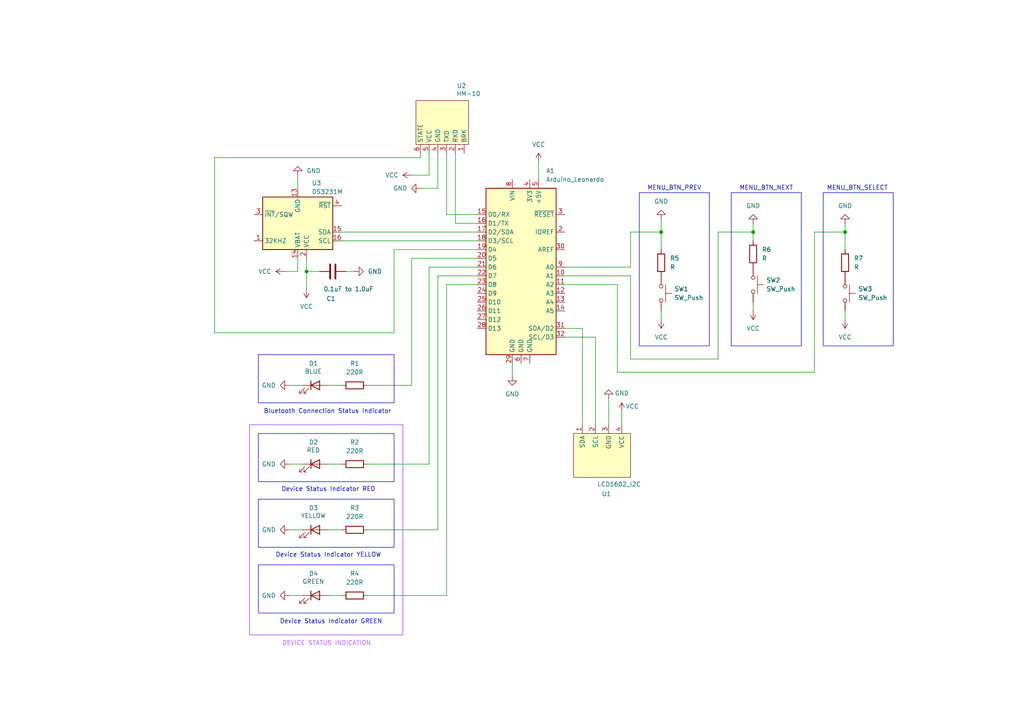
<source format=kicad_sch>
(kicad_sch (version 20250114) (generator "eeschema") (generator_version "9.0")
  (paper "A4")
  (title_block (title "Traffic Modeling and Traffic Analysis for LoRaWAN Networks") (date "2025-04-14") (rev "2") (comment 2 "Author: Martin Aziz") (comment 3 "A network for Medical devices") (comment 4 "Traffic Modeling and Traffic Analysis for LoRaWAN Networks:"))
  (lib_symbols
    (symbol "Device:C" (pin_numbers (hide yes)) (pin_names (offset 0.254))
      (property "Reference" "C" (at 0.635 2.54 0))
      (property "Value" "C" (at 0.635 -2.54 0))
      (symbol "C_0_1"
        (polyline (pts (xy -2.032 0.762) (xy 2.032 0.762)) (stroke (width 0.508)))
        (polyline (pts (xy -2.032 -0.762) (xy 2.032 -0.762)) (stroke (width 0.508)))
      )
      (symbol "C_1_1"
        (pin passive line (at 0 3.81 270) (length 2.794) (name "~") (number "1"))
        (pin passive line (at 0 -3.81 90) (length 2.794) (name "~") (number "2"))
      )
    )
    (symbol "Device:LED" (pin_numbers (hide yes)) (pin_names (offset 1.016) (hide yes))
      (property "Reference" "D" (at 0 2.54 0))
      (property "Value" "LED" (at 0 -2.54 0))
      (symbol "LED_0_1"
        (polyline (pts (xy -3.048 -0.762) (xy -4.572 -2.286) (xy -3.81 -2.286) (xy -4.572 -2.286) (xy -4.572 -1.524)))
        (polyline (pts (xy -1.778 -0.762) (xy -3.302 -2.286) (xy -2.54 -2.286) (xy -3.302 -2.286) (xy -3.302 -1.524)))
        (polyline (pts (xy -1.27 0) (xy 1.27 0)))
        (polyline (pts (xy -1.27 -1.27) (xy -1.27 1.27)) (stroke (width 0.254)))
        (polyline (pts (xy 1.27 -1.27) (xy 1.27 1.27) (xy -1.27 0) (xy 1.27 -1.27)) (stroke (width 0.254)))
      )
      (symbol "LED_1_1"
        (pin passive line (at -3.81 0 0) (length 2.54) (name "K") (number "1"))
        (pin passive line (at 3.81 0 180) (length 2.54) (name "A") (number "2"))
      )
    )
    (symbol "Device:R" (pin_numbers (hide yes)) (pin_names (offset 0))
      (property "Reference" "R" (at 2.032 0 90))
      (property "Value" "R" (at 0 0 90))
      (symbol "R_0_1"
        (rectangle (start -1.016 -2.54) (end 1.016 2.54) (stroke (width 0.254)))
      )
      (symbol "R_1_1"
        (pin passive line (at 0 3.81 270) (length 1.27) (name "~") (number "1"))
        (pin passive line (at 0 -3.81 90) (length 1.27) (name "~") (number "2"))
      )
    )
    (symbol "MCU_Module:Arduino_Leonardo"
      (property "Reference" "A" (at -10.16 23.495 0))
      (property "Value" "Arduino_Leonardo" (at 5.08 -26.67 0))
      (symbol "Arduino_Leonardo_0_1"
        (rectangle (start -10.16 22.86) (end 10.16 -25.4) (stroke (width 0.254)) (fill (type background)))
      )
      (symbol "Arduino_Leonardo_1_1"
        (pin bidirectional line (at -12.7 15.24 0) (length 2.54) (name "D0/RX") (number "15"))
        (pin bidirectional line (at -12.7 12.7 0) (length 2.54) (name "D1/TX") (number "16"))
        (pin bidirectional line (at -12.7 10.16 0) (length 2.54) (name "D2/SDA") (number "17"))
        (pin bidirectional line (at -12.7 7.62 0) (length 2.54) (name "D3/SCL") (number "18"))
        (pin bidirectional line (at -12.7 5.08 0) (length 2.54) (name "D4") (number "19"))
        (pin bidirectional line (at -12.7 2.54 0) (length 2.54) (name "D5") (number "20"))
        (pin bidirectional line (at -12.7 0 0) (length 2.54) (name "D6") (number "21"))
        (pin bidirectional line (at -12.7 -2.54 0) (length 2.54) (name "D7") (number "22"))
        (pin bidirectional line (at -12.7 -5.08 0) (length 2.54) (name "D8") (number "23"))
        (pin bidirectional line (at -12.7 -7.62 0) (length 2.54) (name "D9") (number "24"))
        (pin bidirectional line (at -12.7 -10.16 0) (length 2.54) (name "D10") (number "25"))
        (pin bidirectional line (at -12.7 -12.7 0) (length 2.54) (name "D11") (number "26"))
        (pin bidirectional line (at -12.7 -15.24 0) (length 2.54) (name "D12") (number "27"))
        (pin bidirectional line (at -12.7 -17.78 0) (length 2.54) (name "D13") (number "28"))
        (pin no_connect line (at -10.16 -20.32 0) (length 2.54) (hide yes) (name "NC") (number "1"))
        (pin power_in line (at -2.54 25.4 270) (length 2.54) (name "VIN") (number "8"))
        (pin power_in line (at -2.54 -27.94 90) (length 2.54) (name "GND") (number "29"))
        (pin power_in line (at 0 -27.94 90) (length 2.54) (name "GND") (number "6"))
        (pin power_out line (at 2.54 25.4 270) (length 2.54) (name "3V3") (number "4"))
        (pin power_in line (at 2.54 -27.94 90) (length 2.54) (name "GND") (number "7"))
        (pin power_out line (at 5.08 25.4 270) (length 2.54) (name "+5V") (number "5"))
        (pin input line (at 12.7 15.24 180) (length 2.54) (name "~{RESET}") (number "3"))
        (pin output line (at 12.7 10.16 180) (length 2.54) (name "IOREF") (number "2"))
        (pin input line (at 12.7 5.08 180) (length 2.54) (name "AREF") (number "30"))
        (pin bidirectional line (at 12.7 0 180) (length 2.54) (name "A0") (number "9"))
        (pin bidirectional line (at 12.7 -2.54 180) (length 2.54) (name "A1") (number "10"))
        (pin bidirectional line (at 12.7 -5.08 180) (length 2.54) (name "A2") (number "11"))
        (pin bidirectional line (at 12.7 -7.62 180) (length 2.54) (name "A3") (number "12"))
        (pin bidirectional line (at 12.7 -10.16 180) (length 2.54) (name "A4") (number "13"))
        (pin bidirectional line (at 12.7 -12.7 180) (length 2.54) (name "A5") (number "14"))
        (pin bidirectional line (at 12.7 -17.78 180) (length 2.54) (name "SDA/D2") (number "31"))
        (pin bidirectional line (at 12.7 -20.32 180) (length 2.54) (name "SCL/D3") (number "32"))
      )
    )
    (symbol "My_Symbol_Lib:HM-10"
      (property "Reference" "U" (at 4.826 9.906 0))
      (property "Value" "HM-10" (at 7.62 7.62 0))
      (symbol "HM-10_1_1"
        (rectangle (start -7.62 6.35) (end 7.62 -6.35) (fill (type background)))
        (pin output line (at -6.35 -8.89 90) (length 2.54) (name "STATE") (number "6"))
        (pin power_in line (at -3.81 -8.89 90) (length 2.54) (name "VCC") (number "5"))
        (pin power_out line (at -1.27 -8.89 90) (length 2.54) (name "GND") (number "4"))
        (pin output line (at 1.27 -8.89 90) (length 2.54) (name "TXD") (number "3"))
        (pin input line (at 3.81 -8.89 90) (length 2.54) (name "RXD") (number "2"))
        (pin input line (at 6.35 -8.89 90) (length 2.54) (name "BRK") (number "1"))
      )
    )
    (symbol "My_Symbol_Lib:LCD1602_I2C_Module"
      (property "Reference" "U" (at 3.81 12.7 0))
      (property "Value" "LCD1602_I2C" (at 9.398 10.414 0))
      (symbol "LCD1602_I2C_Module_1_1"
        (rectangle (start -6.35 8.89) (end 6.35 -7.62) (fill (type color) (color 255 255 194 1)))
        (pin power_in line (at -8.89 6.35 0) (length 2.54) (name "VCC") (number "4"))
        (pin power_in line (at -8.89 2.54 0) (length 2.54) (name "GND") (number "3"))
        (pin input line (at -8.89 -1.27 0) (length 2.54) (name "SCL") (number "2"))
        (pin bidirectional line (at -8.89 -5.08 0) (length 2.54) (name "SDA") (number "1"))
      )
    )
    (symbol "Switch:SW_Push" (pin_numbers (hide yes)) (pin_names (offset 1.016) (hide yes))
      (property "Reference" "SW" (at 1.27 2.54 0))
      (property "Value" "SW_Push" (at 0 -1.524 0))
      (symbol "SW_Push_0_1"
        (circle (center -2.032 0) (radius 0.508))
        (polyline (pts (xy 0 1.27) (xy 0 3.048)))
        (circle (center 2.032 0) (radius 0.508))
        (polyline (pts (xy 2.54 1.27) (xy -2.54 1.27)))
        (pin passive line (at -5.08 0 0) (length 2.54) (name "1") (number "1"))
        (pin passive line (at 5.08 0 180) (length 2.54) (name "2") (number "2"))
      )
    )
    (symbol "Timer_RTC:DS3231M"
      (property "Reference" "U" (at -7.62 8.89 0))
      (property "Value" "DS3231M" (at 10.16 8.89 0))
      (symbol "DS3231M_0_1"
        (rectangle (start -10.16 7.62) (end 10.16 -7.62) (stroke (width 0.254)) (fill (type background)))
      )
      (symbol "DS3231M_1_1"
        (pin input line (at -12.7 5.08 0) (length 2.54) (name "SCL") (number "16"))
        (pin bidirectional line (at -12.7 2.54 0) (length 2.54) (name "SDA") (number "15"))
        (pin bidirectional line (at -12.7 -5.08 0) (length 2.54) (name "~{RST}") (number "4"))
        (pin power_in line (at -2.54 10.16 270) (length 2.54) (name "VCC") (number "2"))
        (pin power_in line (at 0 10.16 270) (length 2.54) (name "VBAT") (number "14"))
        (pin passive line (at 0 -10.16 90) (length 2.54) (hide yes) (name "GND") (number "10"))
        (pin passive line (at 0 -10.16 90) (length 2.54) (hide yes) (name "GND") (number "11"))
        (pin passive line (at 0 -10.16 90) (length 2.54) (hide yes) (name "GND") (number "12"))
        (pin power_in line (at 0 -10.16 90) (length 2.54) (name "GND") (number "13"))
        (pin passive line (at 0 -10.16 90) (length 2.54) (hide yes) (name "GND") (number "5"))
        (pin passive line (at 0 -10.16 90) (length 2.54) (hide yes) (name "GND") (number "6"))
        (pin passive line (at 0 -10.16 90) (length 2.54) (hide yes) (name "GND") (number "7"))
        (pin passive line (at 0 -10.16 90) (length 2.54) (hide yes) (name "GND") (number "8"))
        (pin passive line (at 0 -10.16 90) (length 2.54) (hide yes) (name "GND") (number "9"))
        (pin open_collector line (at 12.7 5.08 180) (length 2.54) (name "32KHZ") (number "1"))
        (pin open_collector line (at 12.7 -2.54 180) (length 2.54) (name "~{INT}/SQW") (number "3"))
      )
    )
    (symbol "power:GND" (power) (pin_numbers (hide yes)) (pin_names (offset 0) (hide yes))
      (property "Value" "GND" (at 0 -3.81 0))
      (symbol "GND_0_1"
        (polyline (pts (xy 0 0) (xy 0 -1.27) (xy 1.27 -1.27) (xy 0 -2.54) (xy -1.27 -1.27) (xy 0 -1.27)))
      )
      (symbol "GND_1_1"
        (pin power_in line (at 0 0 270) (length 0) (name "~") (number "1"))
      )
    )
    (symbol "power:VCC" (power) (pin_numbers (hide yes)) (pin_names (offset 0) (hide yes))
      (property "Value" "VCC" (at 0 3.556 0))
      (symbol "VCC_0_1"
        (polyline (pts (xy -0.762 1.27) (xy 0 2.54)))
        (polyline (pts (xy 0 2.54) (xy 0.762 1.27)))
        (polyline (pts (xy 0 0) (xy 0 2.54)))
      )
      (symbol "VCC_1_1"
        (pin power_in line (at 0 0 90) (length 0) (name "~") (number "1"))
      )
    )
  )
  (rectangle (start 185.42 55.88) (end 205.74 100.33))
  (rectangle (start 74.93 125.73) (end 114.3 139.7))
  (rectangle (start 212.09 55.88) (end 232.41 100.33))
  (rectangle (start 74.93 144.78) (end 114.3 158.75))
  (rectangle (start 238.76 55.88) (end 259.08 100.33))
  (rectangle (start 72.39 123.19) (end 116.84 184.15) (stroke (width 0.2) (color 183 86 255 1)))
  (rectangle (start 74.93 102.87) (end 114.3 116.84))
  (rectangle (start 74.93 163.83) (end 114.3 177.8))
  (text "Device Status Indicator YELLOW" (exclude_from_sim yes) (at 95.25 161.036 0) (effects (font (size 1.27 1.27))))
  (text "Device Status Indicator GREEN" (exclude_from_sim yes) (at 96.012 180.34 0) (effects (font (size 1.27 1.27))))
  (text "DEVICE STATUS INDICATION" (at 94.742 186.69 0) (effects (font (size 1.27 1.27))))
  (text "MENU_BTN_NEXT" (at 222.25 54.61 0) (effects (font (size 1.27 1.27))))
  (text "MENU_BTN_PREV" (at 195.58 54.61 0) (effects (font (size 1.27 1.27))))
  (text "MENU_BTN_SELECT" (at 248.666 54.61 0) (effects (font (size 1.27 1.27))))
  (text "Device Status Indicator RED" (exclude_from_sim yes) (at 95.25 141.986 0) (effects (font (size 1.27 1.27))))
  (text "Bluetooth Connection Status Indicator" (exclude_from_sim yes) (at 94.996 119.38 0) (effects (font (size 1.27 1.27))))
  (junction (at 245.11 67.31))
  (junction (at 88.9 78.74))
  (junction (at 191.77 67.31))
  (junction (at 218.44 67.31))
  (wire (pts (xy 95.25 111.76) (xy 99.06 111.76)))
  (wire (pts (xy 127 153.67) (xy 127 80.01)))
  (wire (pts (xy 191.77 67.31) (xy 191.77 72.39)))
  (wire (pts (xy 83.82 111.76) (xy 87.63 111.76)))
  (wire (pts (xy 191.77 63.5) (xy 191.77 67.31)))
  (wire (pts (xy 179.07 107.95) (xy 236.22 107.95)))
  (wire (pts (xy 88.9 74.93) (xy 88.9 78.74)))
  (wire (pts (xy 208.28 67.31) (xy 218.44 67.31)))
  (wire (pts (xy 127 80.01) (xy 138.43 80.01)))
  (wire (pts (xy 99.06 67.31) (xy 138.43 67.31)))
  (wire (pts (xy 236.22 107.95) (xy 236.22 67.31)))
  (wire (pts (xy 208.28 104.14) (xy 208.28 67.31)))
  (wire (pts (xy 127 54.61) (xy 127 44.45)))
  (wire (pts (xy 163.83 97.79) (xy 172.72 97.79)))
  (wire (pts (xy 106.68 111.76) (xy 119.38 111.76)))
  (wire (pts (xy 163.83 77.47) (xy 182.88 77.47)))
  (wire (pts (xy 218.44 64.77) (xy 218.44 67.31)))
  (wire (pts (xy 180.34 119.38) (xy 180.34 123.19)))
  (wire (pts (xy 114.3 72.39) (xy 138.43 72.39)))
  (wire (pts (xy 132.08 64.77) (xy 138.43 64.77)))
  (wire (pts (xy 62.23 45.72) (xy 62.23 96.52)))
  (wire (pts (xy 191.77 90.17) (xy 191.77 92.71)))
  (wire (pts (xy 124.46 77.47) (xy 138.43 77.47)))
  (wire (pts (xy 86.36 50.8) (xy 86.36 54.61)))
  (wire (pts (xy 119.38 50.8) (xy 124.46 50.8)))
  (wire (pts (xy 163.83 95.25) (xy 168.91 95.25)))
  (wire (pts (xy 95.25 172.72) (xy 99.06 172.72)))
  (wire (pts (xy 121.92 45.72) (xy 62.23 45.72)))
  (wire (pts (xy 245.11 67.31) (xy 245.11 72.39)))
  (wire (pts (xy 100.33 78.74) (xy 102.87 78.74)))
  (wire (pts (xy 114.3 96.52) (xy 114.3 72.39)))
  (wire (pts (xy 119.38 74.93) (xy 119.38 111.76)))
  (wire (pts (xy 129.54 44.45) (xy 129.54 62.23)))
  (wire (pts (xy 129.54 172.72) (xy 129.54 82.55)))
  (wire (pts (xy 236.22 67.31) (xy 245.11 67.31)))
  (wire (pts (xy 121.92 54.61) (xy 127 54.61)))
  (wire (pts (xy 95.25 134.62) (xy 99.06 134.62)))
  (wire (pts (xy 245.11 64.77) (xy 245.11 67.31)))
  (wire (pts (xy 163.83 82.55) (xy 179.07 82.55)))
  (wire (pts (xy 83.82 153.67) (xy 87.63 153.67)))
  (wire (pts (xy 156.21 46.99) (xy 156.21 52.07)))
  (wire (pts (xy 182.88 67.31) (xy 191.77 67.31)))
  (wire (pts (xy 218.44 87.63) (xy 218.44 90.17)))
  (wire (pts (xy 148.59 105.41) (xy 148.59 109.22)))
  (wire (pts (xy 182.88 104.14) (xy 208.28 104.14)))
  (wire (pts (xy 106.68 134.62) (xy 124.46 134.62)))
  (wire (pts (xy 129.54 62.23) (xy 138.43 62.23)))
  (wire (pts (xy 106.68 153.67) (xy 127 153.67)))
  (wire (pts (xy 95.25 153.67) (xy 99.06 153.67)))
  (wire (pts (xy 168.91 95.25) (xy 168.91 123.19)))
  (wire (pts (xy 124.46 134.62) (xy 124.46 77.47)))
  (wire (pts (xy 119.38 74.93) (xy 138.43 74.93)))
  (wire (pts (xy 86.36 74.93) (xy 86.36 78.74)))
  (wire (pts (xy 99.06 69.85) (xy 138.43 69.85)))
  (wire (pts (xy 179.07 82.55) (xy 179.07 107.95)))
  (wire (pts (xy 182.88 80.01) (xy 182.88 104.14)))
  (wire (pts (xy 218.44 67.31) (xy 218.44 69.85)))
  (wire (pts (xy 182.88 77.47) (xy 182.88 67.31)))
  (wire (pts (xy 83.82 134.62) (xy 87.63 134.62)))
  (wire (pts (xy 121.92 44.45) (xy 121.92 45.72)))
  (wire (pts (xy 88.9 78.74) (xy 92.71 78.74)))
  (wire (pts (xy 83.82 172.72) (xy 87.63 172.72)))
  (wire (pts (xy 163.83 80.01) (xy 182.88 80.01)))
  (wire (pts (xy 172.72 97.79) (xy 172.72 123.19)))
  (wire (pts (xy 176.53 115.57) (xy 176.53 123.19)))
  (wire (pts (xy 129.54 82.55) (xy 138.43 82.55)))
  (wire (pts (xy 124.46 44.45) (xy 124.46 50.8)))
  (wire (pts (xy 62.23 96.52) (xy 114.3 96.52)))
  (wire (pts (xy 132.08 44.45) (xy 132.08 64.77)))
  (wire (pts (xy 88.9 78.74) (xy 88.9 83.82)))
  (wire (pts (xy 86.36 78.74) (xy 82.55 78.74)))
  (wire (pts (xy 245.11 90.17) (xy 245.11 92.71)))
  (wire (pts (xy 106.68 172.72) (xy 129.54 172.72)))
  (symbol (lib_id "Device:R") (at 218.44 73.66 180) (unit 1)
    (property "Reference" "R6" (at 220.98 72.3899 0) (effects (justify right)))
    (property "Value" "R" (at 220.98 74.9299 0) (effects (justify right)))
    (property "Description" "Resistor" (effects (hide yes)))
  )
  (symbol (lib_id "power:VCC") (at 82.55 78.74 90) (unit 1)
    (property "Reference" "#PWR018" (effects (hide yes)))
    (property "Value" "VCC" (at 78.74 78.7399 90) (effects (justify left)))
    (property "Description" "Power symbol creates a global label with name \"VCC\"" (effects (hide yes)))
  )
  (symbol (lib_id "power:GND") (at 102.87 78.74 90) (unit 1)
    (property "Reference" "#PWR09" (effects (hide yes)))
    (property "Value" "GND" (at 106.68 78.7399 90) (effects (justify right)))
    (property "Description" "Power symbol creates a global label with name \"GND\" , ground" (effects (hide yes)))
  )
  (symbol (lib_id "power:VCC") (at 180.34 119.38 0) (unit 1)
    (property "Reference" "#PWR020" (effects (hide yes)))
    (property "Value" "VCC" (at 183.388 117.856 0))
    (property "Description" "Power symbol creates a global label with name \"VCC\"" (effects (hide yes)))
  )
  (symbol (lib_id "power:GND") (at 148.59 109.22 0) (unit 1)
    (property "Reference" "#PWR03" (effects (hide yes)))
    (property "Value" "GND" (at 148.59 114.3 0))
    (property "Description" "Power symbol creates a global label with name \"GND\" , ground" (effects (hide yes)))
  )
  (symbol (lib_id "power:VCC") (at 191.77 92.71 180) (unit 1)
    (property "Reference" "#PWR015" (effects (hide yes)))
    (property "Value" "VCC" (at 191.77 97.79 0))
    (property "Description" "Power symbol creates a global label with name \"VCC\"" (effects (hide yes)))
  )
  (symbol (lib_id "Device:LED") (at 91.44 172.72 0) (unit 1)
    (property "Reference" "D4" (at 90.932 166.37 0))
    (property "Value" "GREEN" (at 90.8685 168.656 0))
    (property "Description" "Light emitting diode" (effects (hide yes)))
    (property "Sim.Pins" "1=K 2=A" (effects (hide yes)))
  )
  (symbol (lib_id "Device:R") (at 102.87 172.72 270) (unit 1)
    (property "Reference" "R4" (at 102.87 166.37 90))
    (property "Value" "220R" (at 102.87 168.91 90))
    (property "Description" "Resistor" (effects (hide yes)))
  )
  (symbol (lib_id "power:GND") (at 245.11 64.77 180) (unit 1)
    (property "Reference" "#PWR012" (effects (hide yes)))
    (property "Value" "GND" (at 245.11 59.69 0))
    (property "Description" "Power symbol creates a global label with name \"GND\" , ground" (effects (hide yes)))
  )
  (symbol (lib_id "Switch:SW_Push") (at 191.77 85.09 270) (unit 1)
    (property "Reference" "SW1" (at 195.58 83.8199 90) (effects (justify left)))
    (property "Value" "SW_Push" (at 195.58 86.3599 90) (effects (justify left)))
    (property "Description" "Push button switch, generic, two pins" (effects (hide yes)))
  )
  (symbol (lib_id "My_Symbol_Lib:LCD1602_I2C_Module") (at 173.99 132.08 270) (unit 1)
    (property "Reference" "U1" (at 174.498 143.256 90) (effects (justify left)))
    (property "Value" "LCD1602_I2C" (at 173.228 140.462 90) (effects (justify left)))
  )
  (symbol (lib_id "power:GND") (at 121.92 54.61 270) (unit 1)
    (property "Reference" "#PWR01" (effects (hide yes)))
    (property "Value" "GND" (at 116.078 54.61 90))
    (property "Description" "Power symbol creates a global label with name \"GND\" , ground" (effects (hide yes)))
  )
  (symbol (lib_id "Device:R") (at 245.11 76.2 180) (unit 1)
    (property "Reference" "R7" (at 247.65 74.9299 0) (effects (justify right)))
    (property "Value" "R" (at 247.65 77.4699 0) (effects (justify right)))
    (property "Description" "Resistor" (effects (hide yes)))
  )
  (symbol (lib_id "Device:R") (at 102.87 134.62 270) (unit 1)
    (property "Reference" "R2" (at 102.87 128.27 90))
    (property "Value" "220R" (at 102.87 130.81 90))
    (property "Description" "Resistor" (effects (hide yes)))
  )
  (symbol (lib_id "Device:R") (at 191.77 76.2 180) (unit 1)
    (property "Reference" "R5" (at 194.31 74.9299 0) (effects (justify right)))
    (property "Value" "R" (at 194.31 77.4699 0) (effects (justify right)))
    (property "Description" "Resistor" (effects (hide yes)))
  )
  (symbol (lib_id "Device:R") (at 102.87 153.67 270) (unit 1)
    (property "Reference" "R3" (at 102.87 147.32 90))
    (property "Value" "220R" (at 102.87 149.86 90))
    (property "Description" "Resistor" (effects (hide yes)))
  )
  (symbol (lib_id "Device:LED") (at 91.44 111.76 0) (unit 1)
    (property "Reference" "D1" (at 90.932 105.41 0))
    (property "Value" "BLUE" (at 90.8685 107.696 0))
    (property "Description" "Light emitting diode" (effects (hide yes)))
    (property "Sim.Pins" "1=K 2=A" (effects (hide yes)))
  )
  (symbol (lib_id "Device:C") (at 96.52 78.74 90) (unit 1)
    (property "Reference" "C1" (at 96.012 86.614 90))
    (property "Value" "0.1uF to 1.0uF" (at 101.092 83.82 90))
    (property "Description" "Unpolarized capacitor" (effects (hide yes)))
  )
  (symbol (lib_id "power:GND") (at 83.82 134.62 270) (unit 1)
    (property "Reference" "#PWR05" (effects (hide yes)))
    (property "Value" "GND" (at 80.01 134.6199 90) (effects (justify right)))
    (property "Description" "Power symbol creates a global label with name \"GND\" , ground" (effects (hide yes)))
  )
  (symbol (lib_id "power:VCC") (at 245.11 92.71 180) (unit 1)
    (property "Reference" "#PWR013" (effects (hide yes)))
    (property "Value" "VCC" (at 245.11 97.79 0))
    (property "Description" "Power symbol creates a global label with name \"VCC\"" (effects (hide yes)))
  )
  (symbol (lib_id "power:VCC") (at 156.21 46.99 0) (unit 1)
    (property "Reference" "#PWR016" (effects (hide yes)))
    (property "Value" "VCC" (at 156.21 41.91 0))
    (property "Description" "Power symbol creates a global label with name \"VCC\"" (effects (hide yes)))
  )
  (symbol (lib_id "power:GND") (at 83.82 111.76 270) (unit 1)
    (property "Reference" "#PWR04" (effects (hide yes)))
    (property "Value" "GND" (at 80.01 111.7599 90) (effects (justify right)))
    (property "Description" "Power symbol creates a global label with name \"GND\" , ground" (effects (hide yes)))
  )
  (symbol (lib_id "power:GND") (at 83.82 172.72 270) (unit 1)
    (property "Reference" "#PWR07" (effects (hide yes)))
    (property "Value" "GND" (at 80.01 172.7199 90) (effects (justify right)))
    (property "Description" "Power symbol creates a global label with name \"GND\" , ground" (effects (hide yes)))
  )
  (symbol (lib_id "power:VCC") (at 119.38 50.8 90) (unit 1)
    (property "Reference" "#PWR019" (effects (hide yes)))
    (property "Value" "VCC" (at 115.57 50.7999 90) (effects (justify left)))
    (property "Description" "Power symbol creates a global label with name \"VCC\"" (effects (hide yes)))
  )
  (symbol (lib_id "power:VCC") (at 218.44 90.17 180) (unit 1)
    (property "Reference" "#PWR014" (effects (hide yes)))
    (property "Value" "VCC" (at 218.44 95.25 0))
    (property "Description" "Power symbol creates a global label with name \"VCC\"" (effects (hide yes)))
  )
  (symbol (lib_id "Device:LED") (at 91.44 153.67 0) (unit 1)
    (property "Reference" "D3" (at 90.932 147.32 0))
    (property "Value" "YELLOW" (at 90.8685 149.606 0))
    (property "Description" "Light emitting diode" (effects (hide yes)))
    (property "Sim.Pins" "1=K 2=A" (effects (hide yes)))
  )
  (symbol (lib_id "Timer_RTC:DS3231M") (at 86.36 64.77 180) (unit 1)
    (property "Reference" "U3" (at 90.424 53.086 0) (effects (justify right)))
    (property "Value" "DS3231M" (at 90.424 55.626 0) (effects (justify right)))
    (property "Footprint" "Package_SO:SOIC-16W_7.5x10.3mm_P1.27mm" (effects (hide yes)))
    (property "Datasheet" "http://datasheets.maximintegrated.com/en/ds/DS3231.pdf" (effects (hide yes)))
    (property "Description" "Extremely Accurate I2C-Integrated RTC/TCXO/Crystal SOIC-16" (effects (hide yes)))
  )
  (symbol (lib_id "power:GND") (at 86.36 50.8 180) (unit 1)
    (property "Reference" "#PWR08" (effects (hide yes)))
    (property "Value" "GND" (at 88.9 49.5299 0) (effects (justify right)))
    (property "Description" "Power symbol creates a global label with name \"GND\" , ground" (effects (hide yes)))
  )
  (symbol (lib_id "Device:R") (at 102.87 111.76 270) (unit 1)
    (property "Reference" "R1" (at 102.87 105.41 90))
    (property "Value" "220R" (at 102.87 107.95 90))
    (property "Description" "Resistor" (effects (hide yes)))
  )
  (symbol (lib_id "power:GND") (at 191.77 63.5 180) (unit 1)
    (property "Reference" "#PWR010" (effects (hide yes)))
    (property "Value" "GND" (at 191.77 58.42 0))
    (property "Description" "Power symbol creates a global label with name \"GND\" , ground" (effects (hide yes)))
  )
  (symbol (lib_id "power:GND") (at 176.53 115.57 180) (unit 1)
    (property "Reference" "#PWR02" (effects (hide yes)))
    (property "Value" "GND" (at 178.308 114.046 0) (effects (justify right)))
    (property "Description" "Power symbol creates a global label with name \"GND\" , ground" (effects (hide yes)))
  )
  (symbol (lib_id "power:GND") (at 83.82 153.67 270) (unit 1)
    (property "Reference" "#PWR06" (effects (hide yes)))
    (property "Value" "GND" (at 80.01 153.6699 90) (effects (justify right)))
    (property "Description" "Power symbol creates a global label with name \"GND\" , ground" (effects (hide yes)))
  )
  (symbol (lib_id "Switch:SW_Push") (at 245.11 85.09 270) (unit 1)
    (property "Reference" "SW3" (at 248.92 83.8199 90) (effects (justify left)))
    (property "Value" "SW_Push" (at 248.92 86.3599 90) (effects (justify left)))
    (property "Description" "Push button switch, generic, two pins" (effects (hide yes)))
  )
  (symbol (lib_id "Device:LED") (at 91.44 134.62 0) (unit 1)
    (property "Reference" "D2" (at 90.932 128.27 0))
    (property "Value" "RED" (at 90.8685 130.556 0))
    (property "Description" "Light emitting diode" (effects (hide yes)))
    (property "Sim.Pins" "1=K 2=A" (effects (hide yes)))
  )
  (symbol (lib_id "power:VCC") (at 88.9 83.82 180) (unit 1)
    (property "Reference" "#PWR017" (effects (hide yes)))
    (property "Value" "VCC" (at 88.9 88.9 0))
    (property "Description" "Power symbol creates a global label with name \"VCC\"" (effects (hide yes)))
  )
  (symbol (lib_id "MCU_Module:Arduino_Leonardo") (at 151.13 77.47 0) (unit 1)
    (property "Reference" "A1" (at 158.3533 49.53 0) (effects (justify left)))
    (property "Value" "Arduino_Leonardo" (at 158.3533 52.07 0) (effects (justify left)))
    (property "Footprint" "Module:Arduino_UNO_R3" (effects (hide yes)))
    (property "Datasheet" "https://www.arduino.cc/en/Main/ArduinoBoardLeonardo" (effects (hide yes)))
    (property "Description" "Arduino LEONARDO Microcontroller Module" (effects (hide yes)))
  )
  (symbol (lib_id "Switch:SW_Push") (at 218.44 82.55 270) (unit 1)
    (property "Reference" "SW2" (at 222.25 81.2799 90) (effects (justify left)))
    (property "Value" "SW_Push" (at 222.25 83.8199 90) (effects (justify left)))
    (property "Description" "Push button switch, generic, two pins" (effects (hide yes)))
  )
  (symbol (lib_id "My_Symbol_Lib:HM-10") (at 128.27 35.56 0) (unit 1)
    (property "Reference" "U2" (at 133.858 24.892 0))
    (property "Value" "HM-10" (at 135.89 27.178 0))
  )
  (symbol (lib_id "power:GND") (at 218.44 64.77 180) (unit 1)
    (property "Reference" "#PWR011" (effects (hide yes)))
    (property "Value" "GND" (at 218.44 59.69 0))
    (property "Description" "Power symbol creates a global label with name \"GND\" , ground" (effects (hide yes)))
  )
)
</source>
